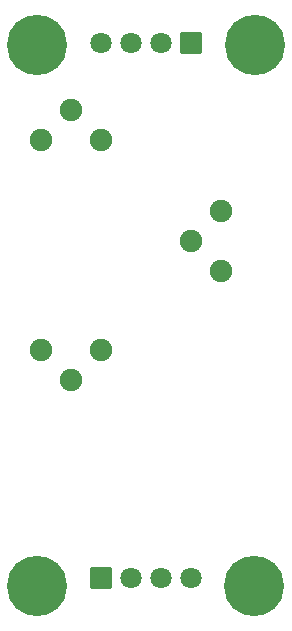
<source format=gbs>
G04 Layer: BottomSolderMaskLayer*
G04 EasyEDA v6.5.22, 2023-03-08 13:41:41*
G04 390c6d156fdc4d62a17363b05527c9d0,9a5be75d700b4a6385dc1106f27949ae,10*
G04 Gerber Generator version 0.2*
G04 Scale: 100 percent, Rotated: No, Reflected: No *
G04 Dimensions in millimeters *
G04 leading zeros omitted , absolute positions ,4 integer and 5 decimal *
%FSLAX45Y45*%
%MOMM*%

%AMMACRO1*1,1,$1,$2,$3*1,1,$1,$4,$5*1,1,$1,0-$2,0-$3*1,1,$1,0-$4,0-$5*20,1,$1,$2,$3,$4,$5,0*20,1,$1,$4,$5,0-$2,0-$3,0*20,1,$1,0-$2,0-$3,0-$4,0-$5,0*20,1,$1,0-$4,0-$5,$2,$3,0*4,1,4,$2,$3,$4,$5,0-$2,0-$3,0-$4,0-$5,$2,$3,0*%
%ADD10C,1.9016*%
%ADD11MACRO1,0.1016X0.85X-0.85X-0.85X-0.85*%
%ADD12C,1.8016*%
%ADD13MACRO1,0.1016X-0.85X0.85X0.85X0.85*%
%ADD14C,5.1016*%

%LPD*%
D10*
G01*
X1869897Y-9890582D03*
G01*
X2123897Y-9636582D03*
G01*
X2377897Y-9890582D03*
D11*
G01*
X3138931Y-9066276D03*
D12*
G01*
X2884931Y-9066276D03*
G01*
X2630931Y-9066276D03*
G01*
X2376931Y-9066276D03*
D13*
G01*
X2376893Y-13599271D03*
D12*
G01*
X2630881Y-13599261D03*
G01*
X2884881Y-13599261D03*
G01*
X3138881Y-13599261D03*
D10*
G01*
X2377897Y-11665381D03*
G01*
X2123897Y-11919381D03*
G01*
X1869897Y-11665381D03*
G01*
X3392093Y-11000282D03*
G01*
X3138093Y-10746282D03*
G01*
X3392093Y-10492282D03*
D14*
G01*
X3683000Y-9080500D03*
G01*
X1841500Y-9080500D03*
G01*
X1838604Y-13662685D03*
G01*
X3677183Y-13662685D03*
M02*

</source>
